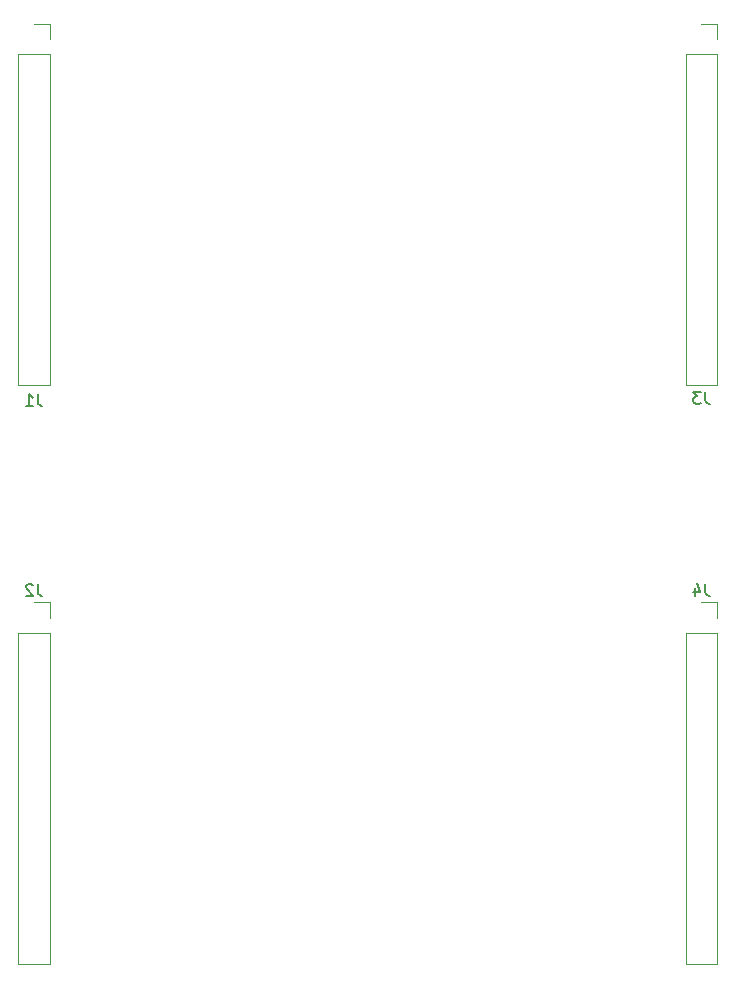
<source format=gbr>
%TF.GenerationSoftware,KiCad,Pcbnew,(5.99.0-12348-g4b436fb86d)*%
%TF.CreationDate,2021-09-23T14:41:55+01:00*%
%TF.ProjectId,Ampelope_Components,416d7065-6c6f-4706-955f-436f6d706f6e,rev?*%
%TF.SameCoordinates,Original*%
%TF.FileFunction,Legend,Bot*%
%TF.FilePolarity,Positive*%
%FSLAX46Y46*%
G04 Gerber Fmt 4.6, Leading zero omitted, Abs format (unit mm)*
G04 Created by KiCad (PCBNEW (5.99.0-12348-g4b436fb86d)) date 2021-09-23 14:41:55*
%MOMM*%
%LPD*%
G01*
G04 APERTURE LIST*
%ADD10C,0.150000*%
%ADD11C,0.120000*%
G04 APERTURE END LIST*
D10*
%TO.C,J4*%
X158833333Y-98222380D02*
X158833333Y-98936666D01*
X158880952Y-99079523D01*
X158976190Y-99174761D01*
X159119047Y-99222380D01*
X159214285Y-99222380D01*
X157928571Y-98555714D02*
X157928571Y-99222380D01*
X158166666Y-98174761D02*
X158404761Y-98889047D01*
X157785714Y-98889047D01*
%TO.C,J2*%
X102333333Y-98222380D02*
X102333333Y-98936666D01*
X102380952Y-99079523D01*
X102476190Y-99174761D01*
X102619047Y-99222380D01*
X102714285Y-99222380D01*
X101904761Y-98317619D02*
X101857142Y-98270000D01*
X101761904Y-98222380D01*
X101523809Y-98222380D01*
X101428571Y-98270000D01*
X101380952Y-98317619D01*
X101333333Y-98412857D01*
X101333333Y-98508095D01*
X101380952Y-98650952D01*
X101952380Y-99222380D01*
X101333333Y-99222380D01*
%TO.C,J1*%
X102333333Y-82152380D02*
X102333333Y-82866666D01*
X102380952Y-83009523D01*
X102476190Y-83104761D01*
X102619047Y-83152380D01*
X102714285Y-83152380D01*
X101333333Y-83152380D02*
X101904761Y-83152380D01*
X101619047Y-83152380D02*
X101619047Y-82152380D01*
X101714285Y-82295238D01*
X101809523Y-82390476D01*
X101904761Y-82438095D01*
%TO.C,J3*%
X158833333Y-81952380D02*
X158833333Y-82666666D01*
X158880952Y-82809523D01*
X158976190Y-82904761D01*
X159119047Y-82952380D01*
X159214285Y-82952380D01*
X158452380Y-81952380D02*
X157833333Y-81952380D01*
X158166666Y-82333333D01*
X158023809Y-82333333D01*
X157928571Y-82380952D01*
X157880952Y-82428571D01*
X157833333Y-82523809D01*
X157833333Y-82761904D01*
X157880952Y-82857142D01*
X157928571Y-82904761D01*
X158023809Y-82952380D01*
X158309523Y-82952380D01*
X158404761Y-82904761D01*
X158452380Y-82857142D01*
D11*
%TO.C,J4*%
X159830000Y-99770000D02*
X158500000Y-99770000D01*
X159830000Y-102370000D02*
X157170000Y-102370000D01*
X159830000Y-130370000D02*
X157170000Y-130370000D01*
X157170000Y-102370000D02*
X157170000Y-130370000D01*
X159830000Y-102370000D02*
X159830000Y-130370000D01*
X159830000Y-101100000D02*
X159830000Y-99770000D01*
%TO.C,J2*%
X103330000Y-102370000D02*
X100670000Y-102370000D01*
X103330000Y-102370000D02*
X103330000Y-130370000D01*
X103330000Y-130370000D02*
X100670000Y-130370000D01*
X103330000Y-101100000D02*
X103330000Y-99770000D01*
X100670000Y-102370000D02*
X100670000Y-130370000D01*
X103330000Y-99770000D02*
X102000000Y-99770000D01*
%TO.C,J1*%
X103330000Y-81370000D02*
X100670000Y-81370000D01*
X103330000Y-50770000D02*
X102000000Y-50770000D01*
X103330000Y-53370000D02*
X103330000Y-81370000D01*
X100670000Y-53370000D02*
X100670000Y-81370000D01*
X103330000Y-52100000D02*
X103330000Y-50770000D01*
X103330000Y-53370000D02*
X100670000Y-53370000D01*
%TO.C,J3*%
X159830000Y-53370000D02*
X159830000Y-81370000D01*
X159830000Y-53370000D02*
X157170000Y-53370000D01*
X159830000Y-52100000D02*
X159830000Y-50770000D01*
X157170000Y-53370000D02*
X157170000Y-81370000D01*
X159830000Y-50770000D02*
X158500000Y-50770000D01*
X159830000Y-81370000D02*
X157170000Y-81370000D01*
%TD*%
M02*

</source>
